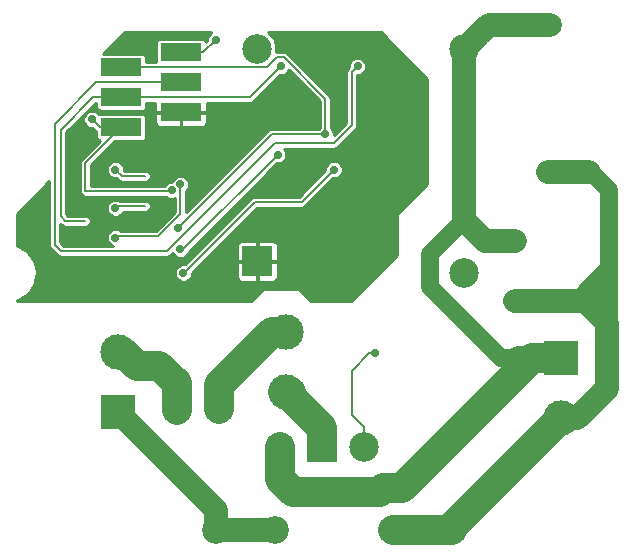
<source format=gbr>
G04 #@! TF.FileFunction,Copper,L2,Bot,Signal*
%FSLAX46Y46*%
G04 Gerber Fmt 4.6, Leading zero omitted, Abs format (unit mm)*
G04 Created by KiCad (PCBNEW 4.0.2+dfsg1-stable) date dim. 11 sept. 2016 16:56:50 CEST*
%MOMM*%
G01*
G04 APERTURE LIST*
%ADD10C,0.150000*%
%ADD11R,2.500000X2.500000*%
%ADD12C,2.500000*%
%ADD13R,3.000000X3.000000*%
%ADD14C,3.000000*%
%ADD15R,3.497580X1.498600*%
%ADD16C,1.600000*%
%ADD17C,2.000000*%
%ADD18C,2.349500*%
%ADD19C,0.700000*%
%ADD20C,0.200000*%
%ADD21C,2.500000*%
%ADD22C,2.000000*%
%ADD23C,1.500000*%
%ADD24C,0.250000*%
G04 APERTURE END LIST*
D10*
D11*
X68500000Y-79750000D03*
D12*
X72056000Y-79750000D03*
X64944000Y-79750000D03*
D13*
X51250000Y-76790000D03*
D14*
X51250000Y-71710000D03*
D12*
X63000000Y-46000000D03*
D11*
X63000000Y-64000000D03*
D12*
X80500000Y-65000000D03*
X80500000Y-46000000D03*
D15*
X51460000Y-52675000D03*
X56540000Y-51405000D03*
X51460000Y-50135000D03*
X56540000Y-48865000D03*
X51460000Y-47595000D03*
X56540000Y-46325000D03*
D14*
X65400000Y-69960000D03*
X65400000Y-75040000D03*
D16*
X84800000Y-67340000D03*
X84800000Y-62260000D03*
D17*
X87800000Y-56450000D03*
X87800000Y-43970000D03*
D13*
X88750000Y-72210000D03*
D14*
X88750000Y-77290000D03*
D18*
X74501260Y-86750000D03*
X79499980Y-86750000D03*
X64498740Y-86750000D03*
X59500020Y-86750000D03*
D19*
X55750000Y-58000000D03*
X49000000Y-52000000D03*
D17*
X56200000Y-76600000D03*
X59750000Y-76550000D03*
D19*
X56300000Y-61200000D03*
X68750000Y-53250000D03*
X51000000Y-59500000D03*
X51000000Y-62000000D03*
X56500000Y-57500000D03*
X71500000Y-47500000D03*
X65000000Y-47500000D03*
X56500000Y-63000000D03*
X64750000Y-55000000D03*
X56750000Y-65000000D03*
X69500000Y-56250000D03*
X51000000Y-56250000D03*
X59500000Y-45250000D03*
X71000000Y-59500000D03*
X51000000Y-64500000D03*
X53300000Y-45700000D03*
X48000000Y-53500000D03*
X62000000Y-51500000D03*
X73000000Y-71750000D03*
D20*
X55675000Y-58075000D02*
X48460000Y-58075000D01*
X55750000Y-58000000D02*
X55675000Y-58075000D01*
X48460000Y-58075000D02*
X48460000Y-55675000D01*
X49675000Y-52675000D02*
X51460000Y-52675000D01*
X49000000Y-52000000D02*
X49675000Y-52675000D01*
X48460000Y-55675000D02*
X51460000Y-52675000D01*
D21*
X65440000Y-75040000D02*
X68500000Y-78100000D01*
X68500000Y-78100000D02*
X68500000Y-79750000D01*
X65400000Y-75040000D02*
X65840000Y-75040000D01*
D22*
X64944000Y-75096000D02*
X65000000Y-75040000D01*
D21*
X51250000Y-71710000D02*
X51660000Y-71710000D01*
X51660000Y-71710000D02*
X52800000Y-72850000D01*
X52800000Y-72850000D02*
X54700000Y-72850000D01*
X54700000Y-72850000D02*
X56200000Y-74350000D01*
X56200000Y-74350000D02*
X56200000Y-76600000D01*
X56200000Y-76600000D02*
X56200000Y-74350000D01*
D22*
X59500020Y-86750000D02*
X59500020Y-85040020D01*
X59500020Y-85040020D02*
X51250000Y-76790000D01*
X64500000Y-86750000D02*
X59500000Y-86750000D01*
X80500000Y-56400000D02*
X80500000Y-60500000D01*
X84800000Y-62260000D02*
X82260000Y-62260000D01*
X82260000Y-62260000D02*
X80500000Y-60500000D01*
D23*
X77600000Y-63400000D02*
X80500000Y-60500000D01*
X77600000Y-66200000D02*
X77600000Y-63400000D01*
X83610000Y-72210000D02*
X77600000Y-66200000D01*
D21*
X64944000Y-79750000D02*
X64944000Y-82444000D01*
X64944000Y-82444000D02*
X66000000Y-83500000D01*
X66000000Y-83500000D02*
X73367184Y-83500000D01*
X73367184Y-83500000D02*
X73667184Y-83200000D01*
X73667184Y-83200000D02*
X75250000Y-83200000D01*
X75250000Y-83200000D02*
X86240000Y-72210000D01*
X86240000Y-72210000D02*
X88750000Y-72210000D01*
D22*
X87600000Y-43970000D02*
X82630000Y-43970000D01*
X82630000Y-43970000D02*
X81800000Y-44800000D01*
X80500000Y-46000000D02*
X80600000Y-46000000D01*
X80600000Y-46000000D02*
X81800000Y-44800000D01*
X80500000Y-46000000D02*
X80500000Y-56400000D01*
D23*
X85040000Y-72210000D02*
X83610000Y-72210000D01*
D22*
X88750000Y-72210000D02*
X85040000Y-72210000D01*
X88000000Y-67340000D02*
X84800000Y-67340000D01*
X90740000Y-67340000D02*
X88000000Y-67340000D01*
D23*
X92800000Y-58000000D02*
X92800000Y-64600000D01*
X92800000Y-64600000D02*
X92800000Y-65600000D01*
X88000000Y-67340000D02*
X90060000Y-67340000D01*
X90060000Y-67340000D02*
X92800000Y-64600000D01*
X92800000Y-65600000D02*
X92800000Y-69400000D01*
X90740000Y-67340000D02*
X91060000Y-67340000D01*
X91060000Y-67340000D02*
X92800000Y-65600000D01*
X91250000Y-56450000D02*
X92800000Y-58000000D01*
D22*
X92600000Y-74800000D02*
X92600000Y-69200000D01*
X92600000Y-69200000D02*
X90740000Y-67340000D01*
D23*
X91050000Y-56450000D02*
X91250000Y-56450000D01*
D21*
X79499980Y-86750000D02*
X79499980Y-86540020D01*
X79499980Y-86540020D02*
X88750000Y-77290000D01*
X74501260Y-86750000D02*
X79499980Y-86750000D01*
D22*
X79499980Y-86750000D02*
X79499980Y-86540020D01*
X79499980Y-86540020D02*
X88750000Y-77290000D01*
X87600000Y-56450000D02*
X91050000Y-56450000D01*
X88750000Y-77290000D02*
X90110000Y-77290000D01*
X90110000Y-77290000D02*
X92600000Y-74800000D01*
X79500000Y-86750000D02*
X74500000Y-86750000D01*
D21*
X64240000Y-69960000D02*
X59750000Y-74450000D01*
X65000000Y-69960000D02*
X64240000Y-69960000D01*
X59750000Y-74450000D02*
X59750000Y-76550000D01*
D20*
X56300000Y-61200000D02*
X64250000Y-53250000D01*
X58100000Y-47595000D02*
X63805000Y-47595000D01*
X63805000Y-47595000D02*
X64650000Y-46750000D01*
X51460000Y-47595000D02*
X58100000Y-47595000D01*
X68750000Y-50250000D02*
X68750000Y-53250000D01*
X64650000Y-46750000D02*
X65250000Y-46750000D01*
X65250000Y-46750000D02*
X68750000Y-50250000D01*
X64250000Y-53250000D02*
X68750000Y-53250000D01*
X51000000Y-59500000D02*
X51155000Y-59345000D01*
X51155000Y-59345000D02*
X53540000Y-59345000D01*
X53540000Y-61885000D02*
X54615000Y-61885000D01*
X54615000Y-61885000D02*
X56500000Y-60000000D01*
X56500000Y-57500000D02*
X56500000Y-57500000D01*
X56500000Y-60000000D02*
X56500000Y-57500000D01*
X53540000Y-61885000D02*
X51115000Y-61885000D01*
X51115000Y-61885000D02*
X51000000Y-62000000D01*
X46405000Y-63155000D02*
X48460000Y-63155000D01*
X45850000Y-62600000D02*
X46405000Y-63155000D01*
X45850000Y-52400000D02*
X45850000Y-62600000D01*
X48460000Y-63155000D02*
X55345000Y-63155000D01*
X55345000Y-63155000D02*
X64500000Y-54000000D01*
X56540000Y-48865000D02*
X49385000Y-48865000D01*
X49385000Y-48865000D02*
X45850000Y-52400000D01*
X71000000Y-48000000D02*
X71500000Y-47500000D01*
X71000000Y-52500000D02*
X71000000Y-48000000D01*
X69500000Y-54000000D02*
X71000000Y-52500000D01*
X64500000Y-54000000D02*
X69500000Y-54000000D01*
X46765000Y-60615000D02*
X48460000Y-60615000D01*
X46350000Y-60200000D02*
X46765000Y-60615000D01*
X46350000Y-52900000D02*
X46350000Y-60200000D01*
X51460000Y-50135000D02*
X62365000Y-50135000D01*
X62365000Y-50135000D02*
X65000000Y-47500000D01*
X51460000Y-50135000D02*
X49115000Y-50135000D01*
X49115000Y-50135000D02*
X46350000Y-52900000D01*
X56750000Y-63000000D02*
X56500000Y-63000000D01*
X64750000Y-55000000D02*
X56750000Y-63000000D01*
X56750000Y-65000000D02*
X56800000Y-65000000D01*
X62800000Y-59000000D02*
X66750000Y-59000000D01*
X56800000Y-65000000D02*
X62800000Y-59000000D01*
X69500000Y-56250000D02*
X66750000Y-59000000D01*
X51000000Y-56250000D02*
X51555000Y-56805000D01*
X51555000Y-56805000D02*
X53540000Y-56805000D01*
X56540000Y-46325000D02*
X58425000Y-46325000D01*
X58425000Y-46325000D02*
X59500000Y-45250000D01*
X53540000Y-64425000D02*
X51075000Y-64425000D01*
X51075000Y-64425000D02*
X51000000Y-64500000D01*
X56540000Y-51405000D02*
X61905000Y-51405000D01*
X61905000Y-51405000D02*
X62000000Y-51500000D01*
X72056000Y-79750000D02*
X72056000Y-78056000D01*
X71000000Y-77000000D02*
X71000000Y-73500000D01*
X72056000Y-78056000D02*
X71000000Y-77000000D01*
X71500000Y-79194000D02*
X72056000Y-79750000D01*
X71000000Y-73255026D02*
X71000000Y-73500000D01*
X73000000Y-71750000D02*
X72505026Y-71750000D01*
X72505026Y-71750000D02*
X71000000Y-73255026D01*
X72056000Y-79750000D02*
X72056000Y-79306000D01*
D24*
G36*
X77375000Y-48551776D02*
X77375000Y-57448224D01*
X74911612Y-59911612D01*
X74884187Y-59952963D01*
X74875000Y-60000000D01*
X74875000Y-63448224D01*
X70948224Y-67375000D01*
X67551776Y-67375000D01*
X66588388Y-66411612D01*
X66547037Y-66384187D01*
X66500000Y-66375000D01*
X63500000Y-66375000D01*
X63451368Y-66384848D01*
X63411612Y-66411612D01*
X62448224Y-67375000D01*
X42625000Y-67375000D01*
X42625000Y-67289115D01*
X42748280Y-67264593D01*
X42748281Y-67264593D01*
X42901484Y-67201134D01*
X43550331Y-66767589D01*
X43667589Y-66650331D01*
X44101134Y-66001484D01*
X44164593Y-65848281D01*
X44164593Y-65848279D01*
X44304766Y-65143579D01*
X56024874Y-65143579D01*
X56135016Y-65410143D01*
X56338784Y-65614267D01*
X56605156Y-65724874D01*
X56893579Y-65725126D01*
X57160143Y-65614984D01*
X57364267Y-65411216D01*
X57474874Y-65144844D01*
X57475003Y-64996749D01*
X58328001Y-64143750D01*
X61275000Y-64143750D01*
X61275000Y-65344484D01*
X61347315Y-65519066D01*
X61480934Y-65652686D01*
X61655517Y-65725000D01*
X62856250Y-65725000D01*
X62975000Y-65606250D01*
X62975000Y-64025000D01*
X63025000Y-64025000D01*
X63025000Y-65606250D01*
X63143750Y-65725000D01*
X64344483Y-65725000D01*
X64519066Y-65652686D01*
X64652685Y-65519066D01*
X64725000Y-65344484D01*
X64725000Y-64143750D01*
X64606250Y-64025000D01*
X63025000Y-64025000D01*
X62975000Y-64025000D01*
X61393750Y-64025000D01*
X61275000Y-64143750D01*
X58328001Y-64143750D01*
X59816235Y-62655516D01*
X61275000Y-62655516D01*
X61275000Y-63856250D01*
X61393750Y-63975000D01*
X62975000Y-63975000D01*
X62975000Y-62393750D01*
X63025000Y-62393750D01*
X63025000Y-63975000D01*
X64606250Y-63975000D01*
X64725000Y-63856250D01*
X64725000Y-62655516D01*
X64652685Y-62480934D01*
X64519066Y-62347314D01*
X64344483Y-62275000D01*
X63143750Y-62275000D01*
X63025000Y-62393750D01*
X62975000Y-62393750D01*
X62856250Y-62275000D01*
X61655517Y-62275000D01*
X61480934Y-62347314D01*
X61347315Y-62480934D01*
X61275000Y-62655516D01*
X59816235Y-62655516D01*
X62996751Y-59475000D01*
X66750000Y-59475000D01*
X66931775Y-59438843D01*
X67085876Y-59335876D01*
X69446798Y-56974954D01*
X69643579Y-56975126D01*
X69910143Y-56864984D01*
X70114267Y-56661216D01*
X70224874Y-56394844D01*
X70225126Y-56106421D01*
X70114984Y-55839857D01*
X69911216Y-55635733D01*
X69644844Y-55525126D01*
X69356421Y-55524874D01*
X69089857Y-55635016D01*
X68885733Y-55838784D01*
X68775126Y-56105156D01*
X68774953Y-56303295D01*
X66553248Y-58525000D01*
X62800000Y-58525000D01*
X62618225Y-58561157D01*
X62464124Y-58664124D01*
X62464122Y-58664127D01*
X56853158Y-64275090D01*
X56606421Y-64274874D01*
X56339857Y-64385016D01*
X56135733Y-64588784D01*
X56025126Y-64855156D01*
X56024874Y-65143579D01*
X44304766Y-65143579D01*
X44316834Y-65082914D01*
X44316834Y-64917086D01*
X44164593Y-64151720D01*
X44101134Y-63998516D01*
X43667589Y-63349669D01*
X43550331Y-63232411D01*
X42901484Y-62798866D01*
X42748281Y-62735407D01*
X42748280Y-62735407D01*
X42625000Y-62710885D01*
X42625000Y-59976040D01*
X45375000Y-57226041D01*
X45375000Y-62600000D01*
X45411157Y-62781775D01*
X45514124Y-62935876D01*
X46069122Y-63490873D01*
X46069124Y-63490876D01*
X46172092Y-63559677D01*
X46223226Y-63593844D01*
X46405000Y-63630001D01*
X46405005Y-63630000D01*
X55345000Y-63630000D01*
X55526775Y-63593843D01*
X55680876Y-63490876D01*
X55848934Y-63322818D01*
X55885016Y-63410143D01*
X56088784Y-63614267D01*
X56355156Y-63724874D01*
X56643579Y-63725126D01*
X56910143Y-63614984D01*
X57114267Y-63411216D01*
X57187925Y-63233827D01*
X64696797Y-55724954D01*
X64893579Y-55725126D01*
X65160143Y-55614984D01*
X65364267Y-55411216D01*
X65474874Y-55144844D01*
X65475126Y-54856421D01*
X65364984Y-54589857D01*
X65250327Y-54475000D01*
X69500000Y-54475000D01*
X69681775Y-54438843D01*
X69835876Y-54335876D01*
X71335873Y-52835878D01*
X71335876Y-52835876D01*
X71438843Y-52681775D01*
X71475000Y-52500000D01*
X71475000Y-48224979D01*
X71643579Y-48225126D01*
X71910143Y-48114984D01*
X72114267Y-47911216D01*
X72224874Y-47644844D01*
X72225126Y-47356421D01*
X72114984Y-47089857D01*
X71911216Y-46885733D01*
X71644844Y-46775126D01*
X71356421Y-46774874D01*
X71089857Y-46885016D01*
X70885733Y-47088784D01*
X70775126Y-47355156D01*
X70774953Y-47553295D01*
X70664124Y-47664124D01*
X70561157Y-47818225D01*
X70525000Y-48000000D01*
X70525000Y-52303249D01*
X69474910Y-53353338D01*
X69475126Y-53106421D01*
X69364984Y-52839857D01*
X69225000Y-52699628D01*
X69225000Y-50250000D01*
X69188843Y-50068225D01*
X69085876Y-49914124D01*
X69085873Y-49914122D01*
X65585876Y-46414124D01*
X65431775Y-46311157D01*
X65250000Y-46275000D01*
X64650000Y-46275000D01*
X64624757Y-46280021D01*
X64625282Y-45678186D01*
X64378412Y-45080714D01*
X63923493Y-44625000D01*
X73448224Y-44625000D01*
X77375000Y-48551776D01*
X77375000Y-48551776D01*
G37*
X77375000Y-48551776D02*
X77375000Y-57448224D01*
X74911612Y-59911612D01*
X74884187Y-59952963D01*
X74875000Y-60000000D01*
X74875000Y-63448224D01*
X70948224Y-67375000D01*
X67551776Y-67375000D01*
X66588388Y-66411612D01*
X66547037Y-66384187D01*
X66500000Y-66375000D01*
X63500000Y-66375000D01*
X63451368Y-66384848D01*
X63411612Y-66411612D01*
X62448224Y-67375000D01*
X42625000Y-67375000D01*
X42625000Y-67289115D01*
X42748280Y-67264593D01*
X42748281Y-67264593D01*
X42901484Y-67201134D01*
X43550331Y-66767589D01*
X43667589Y-66650331D01*
X44101134Y-66001484D01*
X44164593Y-65848281D01*
X44164593Y-65848279D01*
X44304766Y-65143579D01*
X56024874Y-65143579D01*
X56135016Y-65410143D01*
X56338784Y-65614267D01*
X56605156Y-65724874D01*
X56893579Y-65725126D01*
X57160143Y-65614984D01*
X57364267Y-65411216D01*
X57474874Y-65144844D01*
X57475003Y-64996749D01*
X58328001Y-64143750D01*
X61275000Y-64143750D01*
X61275000Y-65344484D01*
X61347315Y-65519066D01*
X61480934Y-65652686D01*
X61655517Y-65725000D01*
X62856250Y-65725000D01*
X62975000Y-65606250D01*
X62975000Y-64025000D01*
X63025000Y-64025000D01*
X63025000Y-65606250D01*
X63143750Y-65725000D01*
X64344483Y-65725000D01*
X64519066Y-65652686D01*
X64652685Y-65519066D01*
X64725000Y-65344484D01*
X64725000Y-64143750D01*
X64606250Y-64025000D01*
X63025000Y-64025000D01*
X62975000Y-64025000D01*
X61393750Y-64025000D01*
X61275000Y-64143750D01*
X58328001Y-64143750D01*
X59816235Y-62655516D01*
X61275000Y-62655516D01*
X61275000Y-63856250D01*
X61393750Y-63975000D01*
X62975000Y-63975000D01*
X62975000Y-62393750D01*
X63025000Y-62393750D01*
X63025000Y-63975000D01*
X64606250Y-63975000D01*
X64725000Y-63856250D01*
X64725000Y-62655516D01*
X64652685Y-62480934D01*
X64519066Y-62347314D01*
X64344483Y-62275000D01*
X63143750Y-62275000D01*
X63025000Y-62393750D01*
X62975000Y-62393750D01*
X62856250Y-62275000D01*
X61655517Y-62275000D01*
X61480934Y-62347314D01*
X61347315Y-62480934D01*
X61275000Y-62655516D01*
X59816235Y-62655516D01*
X62996751Y-59475000D01*
X66750000Y-59475000D01*
X66931775Y-59438843D01*
X67085876Y-59335876D01*
X69446798Y-56974954D01*
X69643579Y-56975126D01*
X69910143Y-56864984D01*
X70114267Y-56661216D01*
X70224874Y-56394844D01*
X70225126Y-56106421D01*
X70114984Y-55839857D01*
X69911216Y-55635733D01*
X69644844Y-55525126D01*
X69356421Y-55524874D01*
X69089857Y-55635016D01*
X68885733Y-55838784D01*
X68775126Y-56105156D01*
X68774953Y-56303295D01*
X66553248Y-58525000D01*
X62800000Y-58525000D01*
X62618225Y-58561157D01*
X62464124Y-58664124D01*
X62464122Y-58664127D01*
X56853158Y-64275090D01*
X56606421Y-64274874D01*
X56339857Y-64385016D01*
X56135733Y-64588784D01*
X56025126Y-64855156D01*
X56024874Y-65143579D01*
X44304766Y-65143579D01*
X44316834Y-65082914D01*
X44316834Y-64917086D01*
X44164593Y-64151720D01*
X44101134Y-63998516D01*
X43667589Y-63349669D01*
X43550331Y-63232411D01*
X42901484Y-62798866D01*
X42748281Y-62735407D01*
X42748280Y-62735407D01*
X42625000Y-62710885D01*
X42625000Y-59976040D01*
X45375000Y-57226041D01*
X45375000Y-62600000D01*
X45411157Y-62781775D01*
X45514124Y-62935876D01*
X46069122Y-63490873D01*
X46069124Y-63490876D01*
X46172092Y-63559677D01*
X46223226Y-63593844D01*
X46405000Y-63630001D01*
X46405005Y-63630000D01*
X55345000Y-63630000D01*
X55526775Y-63593843D01*
X55680876Y-63490876D01*
X55848934Y-63322818D01*
X55885016Y-63410143D01*
X56088784Y-63614267D01*
X56355156Y-63724874D01*
X56643579Y-63725126D01*
X56910143Y-63614984D01*
X57114267Y-63411216D01*
X57187925Y-63233827D01*
X64696797Y-55724954D01*
X64893579Y-55725126D01*
X65160143Y-55614984D01*
X65364267Y-55411216D01*
X65474874Y-55144844D01*
X65475126Y-54856421D01*
X65364984Y-54589857D01*
X65250327Y-54475000D01*
X69500000Y-54475000D01*
X69681775Y-54438843D01*
X69835876Y-54335876D01*
X71335873Y-52835878D01*
X71335876Y-52835876D01*
X71438843Y-52681775D01*
X71475000Y-52500000D01*
X71475000Y-48224979D01*
X71643579Y-48225126D01*
X71910143Y-48114984D01*
X72114267Y-47911216D01*
X72224874Y-47644844D01*
X72225126Y-47356421D01*
X72114984Y-47089857D01*
X71911216Y-46885733D01*
X71644844Y-46775126D01*
X71356421Y-46774874D01*
X71089857Y-46885016D01*
X70885733Y-47088784D01*
X70775126Y-47355156D01*
X70774953Y-47553295D01*
X70664124Y-47664124D01*
X70561157Y-47818225D01*
X70525000Y-48000000D01*
X70525000Y-52303249D01*
X69474910Y-53353338D01*
X69475126Y-53106421D01*
X69364984Y-52839857D01*
X69225000Y-52699628D01*
X69225000Y-50250000D01*
X69188843Y-50068225D01*
X69085876Y-49914124D01*
X69085873Y-49914122D01*
X65585876Y-46414124D01*
X65431775Y-46311157D01*
X65250000Y-46275000D01*
X64650000Y-46275000D01*
X64624757Y-46280021D01*
X64625282Y-45678186D01*
X64378412Y-45080714D01*
X63923493Y-44625000D01*
X73448224Y-44625000D01*
X77375000Y-48551776D01*
G36*
X68275000Y-50446751D02*
X68275000Y-52699760D01*
X68199628Y-52775000D01*
X64250005Y-52775000D01*
X64250000Y-52774999D01*
X64098384Y-52805158D01*
X64068225Y-52811157D01*
X63935262Y-52900000D01*
X63914124Y-52914124D01*
X56975000Y-59853248D01*
X56975000Y-58050240D01*
X57114267Y-57911216D01*
X57224874Y-57644844D01*
X57225126Y-57356421D01*
X57114984Y-57089857D01*
X56911216Y-56885733D01*
X56644844Y-56775126D01*
X56356421Y-56774874D01*
X56089857Y-56885016D01*
X55885733Y-57088784D01*
X55808389Y-57275050D01*
X55606421Y-57274874D01*
X55339857Y-57385016D01*
X55135733Y-57588784D01*
X55131076Y-57600000D01*
X48935000Y-57600000D01*
X48935000Y-56393579D01*
X50274874Y-56393579D01*
X50385016Y-56660143D01*
X50588784Y-56864267D01*
X50855156Y-56974874D01*
X51053296Y-56975047D01*
X51219122Y-57140873D01*
X51219124Y-57140876D01*
X51322092Y-57209677D01*
X51373226Y-57243844D01*
X51555000Y-57280001D01*
X51555005Y-57280000D01*
X53540000Y-57280000D01*
X53721775Y-57243843D01*
X53875876Y-57140876D01*
X53978843Y-56986775D01*
X54015000Y-56805000D01*
X53978843Y-56623225D01*
X53875876Y-56469124D01*
X53721775Y-56366157D01*
X53540000Y-56330000D01*
X51751751Y-56330000D01*
X51724954Y-56303203D01*
X51725126Y-56106421D01*
X51614984Y-55839857D01*
X51411216Y-55635733D01*
X51144844Y-55525126D01*
X50856421Y-55524874D01*
X50589857Y-55635016D01*
X50385733Y-55838784D01*
X50275126Y-56105156D01*
X50274874Y-56393579D01*
X48935000Y-56393579D01*
X48935000Y-55871752D01*
X51000105Y-53806646D01*
X53208790Y-53806646D01*
X53347756Y-53780498D01*
X53475389Y-53698369D01*
X53561013Y-53573054D01*
X53591136Y-53424300D01*
X53591136Y-51925700D01*
X53564988Y-51786734D01*
X53482859Y-51659101D01*
X53357544Y-51573477D01*
X53235437Y-51548750D01*
X54316210Y-51548750D01*
X54316210Y-52248784D01*
X54388525Y-52423366D01*
X54522144Y-52556986D01*
X54696727Y-52629300D01*
X56396250Y-52629300D01*
X56515000Y-52510550D01*
X56515000Y-51430000D01*
X56565000Y-51430000D01*
X56565000Y-52510550D01*
X56683750Y-52629300D01*
X58383273Y-52629300D01*
X58557856Y-52556986D01*
X58691475Y-52423366D01*
X58763790Y-52248784D01*
X58763790Y-51548750D01*
X58645040Y-51430000D01*
X56565000Y-51430000D01*
X56515000Y-51430000D01*
X54434960Y-51430000D01*
X54316210Y-51548750D01*
X53235437Y-51548750D01*
X53208790Y-51543354D01*
X49711210Y-51543354D01*
X49591119Y-51565950D01*
X49411216Y-51385733D01*
X49144844Y-51275126D01*
X48856421Y-51274874D01*
X48589857Y-51385016D01*
X48385733Y-51588784D01*
X48275126Y-51855156D01*
X48274874Y-52143579D01*
X48385016Y-52410143D01*
X48588784Y-52614267D01*
X48855156Y-52724874D01*
X49053295Y-52725047D01*
X49328864Y-53000616D01*
X49328864Y-53424300D01*
X49355012Y-53563266D01*
X49437141Y-53690899D01*
X49562456Y-53776523D01*
X49665798Y-53797450D01*
X48124124Y-55339124D01*
X48021157Y-55493225D01*
X47985000Y-55675000D01*
X47985000Y-58075000D01*
X48021157Y-58256775D01*
X48124124Y-58410876D01*
X48278225Y-58513843D01*
X48460000Y-58550000D01*
X55274629Y-58550000D01*
X55338784Y-58614267D01*
X55605156Y-58724874D01*
X55893579Y-58725126D01*
X56025000Y-58670824D01*
X56025000Y-59803249D01*
X54418248Y-61410000D01*
X51435441Y-61410000D01*
X51411216Y-61385733D01*
X51144844Y-61275126D01*
X50856421Y-61274874D01*
X50589857Y-61385016D01*
X50385733Y-61588784D01*
X50275126Y-61855156D01*
X50274874Y-62143579D01*
X50385016Y-62410143D01*
X50588784Y-62614267D01*
X50747087Y-62680000D01*
X46601751Y-62680000D01*
X46325000Y-62403248D01*
X46325000Y-60846751D01*
X46429122Y-60950873D01*
X46429124Y-60950876D01*
X46583225Y-61053843D01*
X46596186Y-61056421D01*
X46765000Y-61090001D01*
X46765005Y-61090000D01*
X48460000Y-61090000D01*
X48641775Y-61053843D01*
X48795876Y-60950876D01*
X48898843Y-60796775D01*
X48935000Y-60615000D01*
X48898843Y-60433225D01*
X48795876Y-60279124D01*
X48641775Y-60176157D01*
X48460000Y-60140000D01*
X46961751Y-60140000D01*
X46825000Y-60003248D01*
X46825000Y-59643579D01*
X50274874Y-59643579D01*
X50385016Y-59910143D01*
X50588784Y-60114267D01*
X50855156Y-60224874D01*
X51143579Y-60225126D01*
X51410143Y-60114984D01*
X51614267Y-59911216D01*
X51652143Y-59820000D01*
X53540000Y-59820000D01*
X53721775Y-59783843D01*
X53875876Y-59680876D01*
X53978843Y-59526775D01*
X54015000Y-59345000D01*
X53978843Y-59163225D01*
X53875876Y-59009124D01*
X53721775Y-58906157D01*
X53540000Y-58870000D01*
X51373327Y-58870000D01*
X51144844Y-58775126D01*
X50856421Y-58774874D01*
X50589857Y-58885016D01*
X50385733Y-59088784D01*
X50275126Y-59355156D01*
X50274874Y-59643579D01*
X46825000Y-59643579D01*
X46825000Y-53096752D01*
X49311751Y-50610000D01*
X49328864Y-50610000D01*
X49328864Y-50884300D01*
X49355012Y-51023266D01*
X49437141Y-51150899D01*
X49562456Y-51236523D01*
X49711210Y-51266646D01*
X53208790Y-51266646D01*
X53347756Y-51240498D01*
X53475389Y-51158369D01*
X53561013Y-51033054D01*
X53591136Y-50884300D01*
X53591136Y-50610000D01*
X54316210Y-50610000D01*
X54316210Y-51261250D01*
X54434960Y-51380000D01*
X56515000Y-51380000D01*
X56515000Y-51360000D01*
X56565000Y-51360000D01*
X56565000Y-51380000D01*
X58645040Y-51380000D01*
X58763790Y-51261250D01*
X58763790Y-50610000D01*
X62365000Y-50610000D01*
X62546775Y-50573843D01*
X62700876Y-50470876D01*
X64946798Y-48224954D01*
X65143579Y-48225126D01*
X65410143Y-48114984D01*
X65614267Y-47911216D01*
X65651000Y-47822752D01*
X68275000Y-50446751D01*
X68275000Y-50446751D01*
G37*
X68275000Y-50446751D02*
X68275000Y-52699760D01*
X68199628Y-52775000D01*
X64250005Y-52775000D01*
X64250000Y-52774999D01*
X64098384Y-52805158D01*
X64068225Y-52811157D01*
X63935262Y-52900000D01*
X63914124Y-52914124D01*
X56975000Y-59853248D01*
X56975000Y-58050240D01*
X57114267Y-57911216D01*
X57224874Y-57644844D01*
X57225126Y-57356421D01*
X57114984Y-57089857D01*
X56911216Y-56885733D01*
X56644844Y-56775126D01*
X56356421Y-56774874D01*
X56089857Y-56885016D01*
X55885733Y-57088784D01*
X55808389Y-57275050D01*
X55606421Y-57274874D01*
X55339857Y-57385016D01*
X55135733Y-57588784D01*
X55131076Y-57600000D01*
X48935000Y-57600000D01*
X48935000Y-56393579D01*
X50274874Y-56393579D01*
X50385016Y-56660143D01*
X50588784Y-56864267D01*
X50855156Y-56974874D01*
X51053296Y-56975047D01*
X51219122Y-57140873D01*
X51219124Y-57140876D01*
X51322092Y-57209677D01*
X51373226Y-57243844D01*
X51555000Y-57280001D01*
X51555005Y-57280000D01*
X53540000Y-57280000D01*
X53721775Y-57243843D01*
X53875876Y-57140876D01*
X53978843Y-56986775D01*
X54015000Y-56805000D01*
X53978843Y-56623225D01*
X53875876Y-56469124D01*
X53721775Y-56366157D01*
X53540000Y-56330000D01*
X51751751Y-56330000D01*
X51724954Y-56303203D01*
X51725126Y-56106421D01*
X51614984Y-55839857D01*
X51411216Y-55635733D01*
X51144844Y-55525126D01*
X50856421Y-55524874D01*
X50589857Y-55635016D01*
X50385733Y-55838784D01*
X50275126Y-56105156D01*
X50274874Y-56393579D01*
X48935000Y-56393579D01*
X48935000Y-55871752D01*
X51000105Y-53806646D01*
X53208790Y-53806646D01*
X53347756Y-53780498D01*
X53475389Y-53698369D01*
X53561013Y-53573054D01*
X53591136Y-53424300D01*
X53591136Y-51925700D01*
X53564988Y-51786734D01*
X53482859Y-51659101D01*
X53357544Y-51573477D01*
X53235437Y-51548750D01*
X54316210Y-51548750D01*
X54316210Y-52248784D01*
X54388525Y-52423366D01*
X54522144Y-52556986D01*
X54696727Y-52629300D01*
X56396250Y-52629300D01*
X56515000Y-52510550D01*
X56515000Y-51430000D01*
X56565000Y-51430000D01*
X56565000Y-52510550D01*
X56683750Y-52629300D01*
X58383273Y-52629300D01*
X58557856Y-52556986D01*
X58691475Y-52423366D01*
X58763790Y-52248784D01*
X58763790Y-51548750D01*
X58645040Y-51430000D01*
X56565000Y-51430000D01*
X56515000Y-51430000D01*
X54434960Y-51430000D01*
X54316210Y-51548750D01*
X53235437Y-51548750D01*
X53208790Y-51543354D01*
X49711210Y-51543354D01*
X49591119Y-51565950D01*
X49411216Y-51385733D01*
X49144844Y-51275126D01*
X48856421Y-51274874D01*
X48589857Y-51385016D01*
X48385733Y-51588784D01*
X48275126Y-51855156D01*
X48274874Y-52143579D01*
X48385016Y-52410143D01*
X48588784Y-52614267D01*
X48855156Y-52724874D01*
X49053295Y-52725047D01*
X49328864Y-53000616D01*
X49328864Y-53424300D01*
X49355012Y-53563266D01*
X49437141Y-53690899D01*
X49562456Y-53776523D01*
X49665798Y-53797450D01*
X48124124Y-55339124D01*
X48021157Y-55493225D01*
X47985000Y-55675000D01*
X47985000Y-58075000D01*
X48021157Y-58256775D01*
X48124124Y-58410876D01*
X48278225Y-58513843D01*
X48460000Y-58550000D01*
X55274629Y-58550000D01*
X55338784Y-58614267D01*
X55605156Y-58724874D01*
X55893579Y-58725126D01*
X56025000Y-58670824D01*
X56025000Y-59803249D01*
X54418248Y-61410000D01*
X51435441Y-61410000D01*
X51411216Y-61385733D01*
X51144844Y-61275126D01*
X50856421Y-61274874D01*
X50589857Y-61385016D01*
X50385733Y-61588784D01*
X50275126Y-61855156D01*
X50274874Y-62143579D01*
X50385016Y-62410143D01*
X50588784Y-62614267D01*
X50747087Y-62680000D01*
X46601751Y-62680000D01*
X46325000Y-62403248D01*
X46325000Y-60846751D01*
X46429122Y-60950873D01*
X46429124Y-60950876D01*
X46583225Y-61053843D01*
X46596186Y-61056421D01*
X46765000Y-61090001D01*
X46765005Y-61090000D01*
X48460000Y-61090000D01*
X48641775Y-61053843D01*
X48795876Y-60950876D01*
X48898843Y-60796775D01*
X48935000Y-60615000D01*
X48898843Y-60433225D01*
X48795876Y-60279124D01*
X48641775Y-60176157D01*
X48460000Y-60140000D01*
X46961751Y-60140000D01*
X46825000Y-60003248D01*
X46825000Y-59643579D01*
X50274874Y-59643579D01*
X50385016Y-59910143D01*
X50588784Y-60114267D01*
X50855156Y-60224874D01*
X51143579Y-60225126D01*
X51410143Y-60114984D01*
X51614267Y-59911216D01*
X51652143Y-59820000D01*
X53540000Y-59820000D01*
X53721775Y-59783843D01*
X53875876Y-59680876D01*
X53978843Y-59526775D01*
X54015000Y-59345000D01*
X53978843Y-59163225D01*
X53875876Y-59009124D01*
X53721775Y-58906157D01*
X53540000Y-58870000D01*
X51373327Y-58870000D01*
X51144844Y-58775126D01*
X50856421Y-58774874D01*
X50589857Y-58885016D01*
X50385733Y-59088784D01*
X50275126Y-59355156D01*
X50274874Y-59643579D01*
X46825000Y-59643579D01*
X46825000Y-53096752D01*
X49311751Y-50610000D01*
X49328864Y-50610000D01*
X49328864Y-50884300D01*
X49355012Y-51023266D01*
X49437141Y-51150899D01*
X49562456Y-51236523D01*
X49711210Y-51266646D01*
X53208790Y-51266646D01*
X53347756Y-51240498D01*
X53475389Y-51158369D01*
X53561013Y-51033054D01*
X53591136Y-50884300D01*
X53591136Y-50610000D01*
X54316210Y-50610000D01*
X54316210Y-51261250D01*
X54434960Y-51380000D01*
X56515000Y-51380000D01*
X56515000Y-51360000D01*
X56565000Y-51360000D01*
X56565000Y-51380000D01*
X58645040Y-51380000D01*
X58763790Y-51261250D01*
X58763790Y-50610000D01*
X62365000Y-50610000D01*
X62546775Y-50573843D01*
X62700876Y-50470876D01*
X64946798Y-48224954D01*
X65143579Y-48225126D01*
X65410143Y-48114984D01*
X65614267Y-47911216D01*
X65651000Y-47822752D01*
X68275000Y-50446751D01*
G36*
X59089857Y-44635016D02*
X58885733Y-44838784D01*
X58775126Y-45105156D01*
X58774953Y-45303296D01*
X58643628Y-45434621D01*
X58562859Y-45309101D01*
X58437544Y-45223477D01*
X58288790Y-45193354D01*
X54791210Y-45193354D01*
X54652244Y-45219502D01*
X54524611Y-45301631D01*
X54438987Y-45426946D01*
X54408864Y-45575700D01*
X54408864Y-47074300D01*
X54417463Y-47120000D01*
X53591136Y-47120000D01*
X53591136Y-46845700D01*
X53564988Y-46706734D01*
X53482859Y-46579101D01*
X53357544Y-46493477D01*
X53208790Y-46463354D01*
X49937687Y-46463354D01*
X51776041Y-44625000D01*
X59114098Y-44625000D01*
X59089857Y-44635016D01*
X59089857Y-44635016D01*
G37*
X59089857Y-44635016D02*
X58885733Y-44838784D01*
X58775126Y-45105156D01*
X58774953Y-45303296D01*
X58643628Y-45434621D01*
X58562859Y-45309101D01*
X58437544Y-45223477D01*
X58288790Y-45193354D01*
X54791210Y-45193354D01*
X54652244Y-45219502D01*
X54524611Y-45301631D01*
X54438987Y-45426946D01*
X54408864Y-45575700D01*
X54408864Y-47074300D01*
X54417463Y-47120000D01*
X53591136Y-47120000D01*
X53591136Y-46845700D01*
X53564988Y-46706734D01*
X53482859Y-46579101D01*
X53357544Y-46493477D01*
X53208790Y-46463354D01*
X49937687Y-46463354D01*
X51776041Y-44625000D01*
X59114098Y-44625000D01*
X59089857Y-44635016D01*
M02*

</source>
